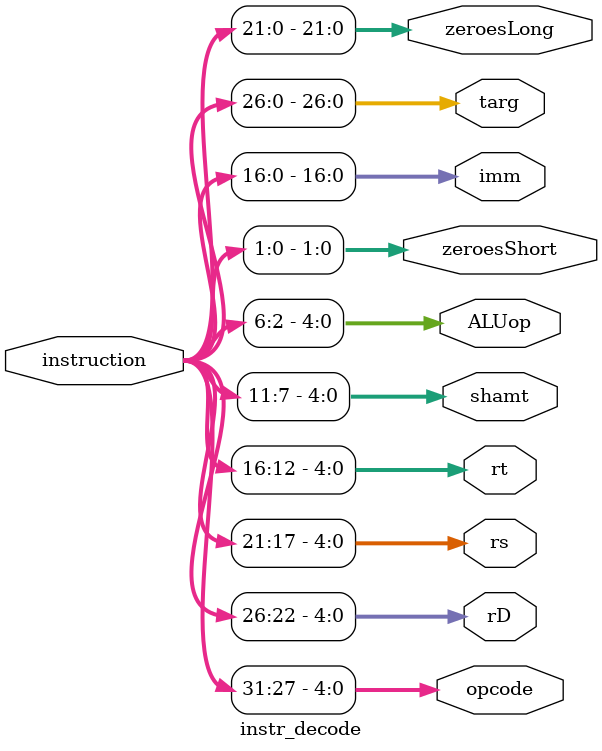
<source format=v>
module instr_decode(instruction,opcode,rD,rs,rt,shamt,ALUop,zeroesShort,imm,targ,zeroesLong);
    input [31:0] instruction;
    output [4:0] opcode,rD,rs,rt,shamt,ALUop;
    output [1:0] zeroesShort;
    output [16:0] imm;
    output [26:0] targ;
    output [21:0] zeroesLong;

    assign opcode = instruction[31:27];
    assign rD = instruction[26:22];
    assign rs = instruction[21:17];
    assign rt = instruction[16:12];
    assign shamt = instruction[11:7];
    assign ALUop = instruction[6:2];
    assign zeroesShort = instruction[1:0];
    assign imm = instruction[16:0];
    assign targ = instruction[26:0];
    assign zeroesLong = instruction[21:0];


endmodule
</source>
